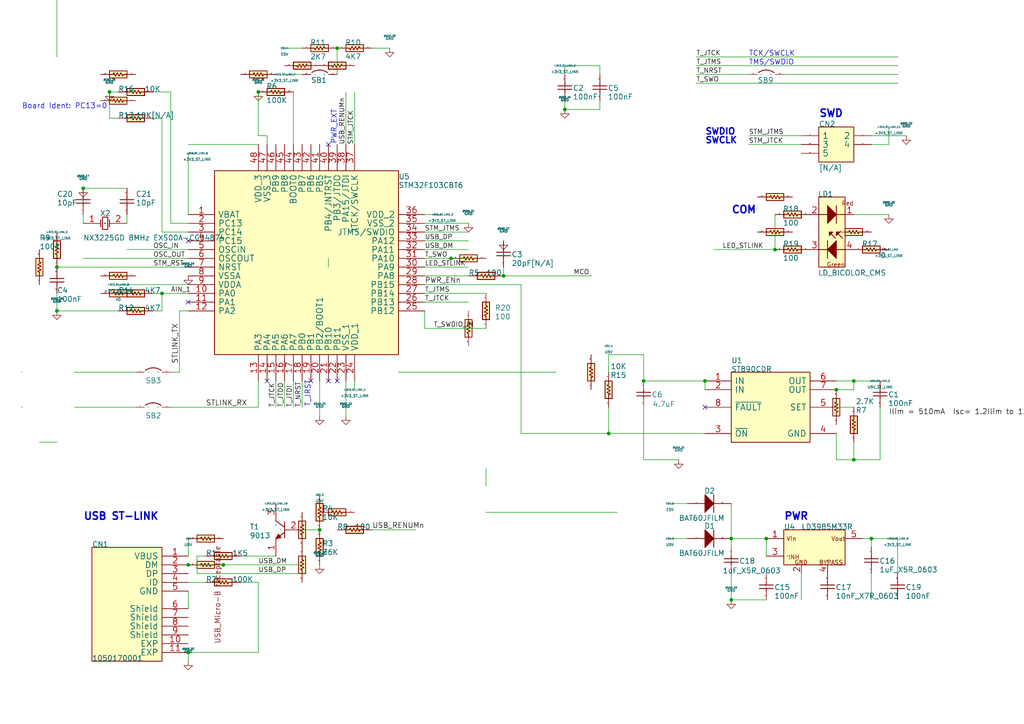
<source format=kicad_sch>
(kicad_sch (version 20230121) (generator eeschema)
  (paper "A4")
  (title_block (title "STLINK V2/1") (date "22 01 2024") (company "ST Microelectronics") (comment 1 "July-2002: Re-released for DXP Platform."))
  (lib_symbols
    (symbol "ST_LINK_V2-1-SCHDOC-rescue:1050170001-" (pin_names (offset 1.016))
      (property "Reference" "CN" (at -20.32 0 0))
      (property "Value" "1050170001" (at -20.32 -33.02 0))
      (symbol "1050170001-_0_1"
        (rectangle (start 20.32 -33.02) (end 0 0) (stroke (width 0.254)) (fill (type background)))
        (pin passive line (at -7.62 -2.54 0) (length 7.62) (name "VBUS") (number "1"))
        (pin passive line (at -7.62 -27.94 0) (length 7.62) (name "EXP") (number "10"))
        (pin passive line (at -7.62 -30.48 0) (length 7.62) (name "EXP") (number "11"))
        (pin passive line (at -7.62 -5.08 0) (length 7.62) (name "DM") (number "2"))
        (pin passive line (at -7.62 -7.62 0) (length 7.62) (name "DP") (number "3"))
        (pin passive line (at -7.62 -10.16 0) (length 7.62) (name "ID") (number "4"))
        (pin passive line (at -7.62 -12.7 0) (length 7.62) (name "GND") (number "5"))
        (pin passive line (at -7.62 -17.78 0) (length 7.62) (name "Shield") (number "6"))
        (pin passive line (at -7.62 -20.32 0) (length 7.62) (name "Shield") (number "7"))
        (pin passive line (at -7.62 -22.86 0) (length 7.62) (name "Shield") (number "8"))
        (pin passive line (at -7.62 -25.4 0) (length 7.62) (name "Shield") (number "9"))
      )
      (symbol "1050170001-_1_1"
        (text "USB_Micro-B receptacle" (at -15.24 -27.94 900) (effects (font (size 1.524 1.524)) (justify left bottom)))
      )
    )
    (symbol "ST_LINK_V2-1-SCHDOC-rescue:BAT60JFILM-" (pin_names (offset 1.016))
      (property "Reference" "D" (at -0.254 0.254 0))
      (property "Value" "BAT60JFILM" (at -7.62 -7.62 0))
      (symbol "BAT60JFILM-_0_1"
        (polyline (pts (xy 2.54 0) (xy 2.54 -5.08)) (stroke (width 0.254)))
        (polyline (pts (xy 0 -5.08) (xy 2.54 -2.54) (xy 0 0) (xy 0 -5.08)) (stroke (width 0.254)) (fill (type outline)))
        (pin passive line (at -5.08 -2.54 0) (length 5.08) (name "A") (number "1"))
        (pin passive line (at 7.62 -2.54 180) (length 5.08) (name "K") (number "2"))
      )
    )
    (symbol "ST_LINK_V2-1-SCHDOC-rescue:CAP_SMD_0603__X5R_1µF_25V_10%-" (pin_names (offset 1.016))
      (property "Reference" "C" (at 2.286 2.794 0))
      (property "Value" "CAP_SMD_0603__X5R_1µF_25V_10%" (at 2.54 0 90))
      (symbol "CAP_SMD_0603__X5R_1µF_25V_10%-_0_1"
        (polyline (pts (xy 2.54 0) (xy 3.302 0)) (stroke (width 0.254)))
        (polyline (pts (xy 3.302 -2.032) (xy 3.302 2.032)) (stroke (width 0.254)))
        (polyline (pts (xy 4.318 2.032) (xy 4.318 -2.032)) (stroke (width 0.254)))
        (polyline (pts (xy 5.08 0) (xy 4.318 0)) (stroke (width 0.254)))
        (pin passive line (at 0 0 0) (length 2.54) (name "1") (number "1"))
        (pin passive line (at 7.62 0 180) (length 2.54) (name "2") (number "2"))
      )
    )
    (symbol "ST_LINK_V2-1-SCHDOC-rescue:CAP_SMD_0603__X7R_10000PF_50V_10%-" (pin_names (offset 1.016))
      (property "Reference" "C" (at 2.286 2.794 0))
      (property "Value" "CAP_SMD_0603__X7R_10000PF_50V_10%" (at 2.286 0.254 90))
      (symbol "CAP_SMD_0603__X7R_10000PF_50V_10%-_0_1"
        (polyline (pts (xy 2.54 0) (xy 3.302 0)) (stroke (width 0.254)))
        (polyline (pts (xy 3.302 -2.032) (xy 3.302 2.032)) (stroke (width 0.254)))
        (polyline (pts (xy 4.318 2.032) (xy 4.318 -2.032)) (stroke (width 0.254)))
        (polyline (pts (xy 5.08 0) (xy 4.318 0)) (stroke (width 0.254)))
        (pin passive line (at 0 0 0) (length 2.54) (name "1") (number "1"))
        (pin passive line (at 7.62 0 180) (length 2.54) (name "2") (number "2"))
      )
    )
    (symbol "ST_LINK_V2-1-SCHDOC-rescue:Capacitor_ST-" (pin_names (offset 1.016))
      (property "Reference" "C" (at 4.826 0.254 0))
      (property "Value" "Capacitor_ST" (at 4.826 -2.286 90))
      (symbol "Capacitor_ST-_0_1"
        (polyline (pts (xy 0 -2.54) (xy 0.762 -2.54)) (stroke (width 0.254)))
        (polyline (pts (xy 0.762 -4.572) (xy 0.762 -0.508)) (stroke (width 0.254)))
        (polyline (pts (xy 1.778 -0.508) (xy 1.778 -4.572)) (stroke (width 0.254)))
        (polyline (pts (xy 2.54 -2.54) (xy 1.778 -2.54)) (stroke (width 0.254)))
        (pin passive line (at -2.54 -2.54 0) (length 2.54) (name "1") (number "1"))
        (pin passive line (at 5.08 -2.54 180) (length 2.54) (name "2") (number "2"))
      )
    )
    (symbol "ST_LINK_V2-1-SCHDOC-rescue:Circuit_Breaker-" (pin_names (offset 1.016))
      (property "Reference" "SB" (at 0 -5.08 0))
      (property "Value" "Circuit_Breaker" (at 0 0 0))
      (symbol "Circuit_Breaker-_0_1"
        (pin passive line (at -2.54 -2.54 0) (length 2.54) (name "1") (number "1"))
        (pin passive line (at 7.62 -2.54 180) (length 2.54) (name "2") (number "2"))
      )
      (symbol "Circuit_Breaker-_1_1"
        (arc (start 2.5146 -1.27) (mid 1.3303 -1.4671) (end 0.254 -2.0066) (stroke (width 0.254)))
        (arc (start 4.826 -2.032) (mid 3.7328 -1.4615) (end 2.5146 -1.27) (stroke (width 0.254)))
      )
    )
    (symbol "ST_LINK_V2-1-SCHDOC-rescue:Header_3X2-" (pin_names (offset 1.016))
      (property "Reference" "CN" (at 0 0 0))
      (property "Value" "Header_3X2" (at 0 -12.7 0))
      (symbol "Header_3X2-_0_1"
        (rectangle (start 0 -10.16) (end 10.16 0) (stroke (width 0.254)) (fill (type background)))
        (pin passive line (at -5.08 -2.54 0) (length 5.08) (name "1") (number "1"))
        (pin passive line (at 15.24 -2.54 180) (length 5.08) (name "2") (number "2"))
        (pin passive line (at -5.08 -5.08 0) (length 5.08) (name "3") (number "3"))
        (pin passive line (at 15.24 -5.08 180) (length 5.08) (name "4") (number "4"))
        (pin passive line (at -5.08 -7.62 0) (length 5.08) (name "5") (number "5"))
      )
    )
    (symbol "ST_LINK_V2-1-SCHDOC-rescue:LD3985M33R-" (pin_names (offset 1.016))
      (property "Reference" "U" (at -7.62 2.54 0))
      (property "Value" "LD3985M33R" (at -2.54 2.54 0))
      (symbol "LD3985M33R-_0_1"
        (rectangle (start -7.62 -7.62) (end 10.16 2.54) (stroke (width 0.254)) (fill (type background)))
        (pin passive line (at -12.7 0 0) (length 5.08) (name "Vin") (number "1"))
        (pin passive line (at -2.54 -10.16 90) (length 2.54) (name "GND") (number "2"))
        (pin passive line (at -12.7 -5.08 0) (length 5.08) (name "CE") (number "3"))
        (pin passive line (at 5.08 -10.16 90) (length 2.54) (name "BYPASS") (number "4"))
        (pin passive line (at 15.24 0 180) (length 5.08) (name "Vout") (number "5"))
      )
      (symbol "LD3985M33R-_1_1"
        (text "BYPASS" (at 2.54 -7.62 0) (effects (font (size 1.2192 1.2192)) (justify left bottom)))
        (text "GND" (at -4.572 -7.62 0) (effects (font (size 1.2192 1.2192)) (justify left bottom)))
        (text "INH" (at -6.35 -6.096 0) (effects (font (size 1.2192 1.2192)) (justify left bottom)))
        (text "Vin" (at -6.858 -0.762 0) (effects (font (size 1.2192 1.2192)) (justify left bottom)))
        (text "Vout" (at 6.096 -0.762 0) (effects (font (size 1.2192 1.2192)) (justify left bottom)))
      )
    )
    (symbol "ST_LINK_V2-1-SCHDOC-rescue:LD_BICOLOR_CMS-" (pin_names (offset 1.016))
      (property "Reference" "LD" (at -7.874 7.62 0))
      (property "Value" "LD_BICOLOR_CMS" (at -7.874 -15.24 0))
      (symbol "LD_BICOLOR_CMS-_0_1"
        (polyline (pts (xy 0 -7.62) (xy 2.54 -7.62)) (stroke (width 0.254)))
        (polyline (pts (xy 0 2.54) (xy 2.54 2.54)) (stroke (width 0.254)))
        (polyline (pts (xy 2.032 -3.048) (xy 0.762 -4.318)) (stroke (width 0.254)))
        (polyline (pts (xy 2.54 5.08) (xy 2.54 0)) (stroke (width 0.254)))
        (polyline (pts (xy 4.064 -3.048) (xy 2.794 -4.318)) (stroke (width 0.254)))
        (polyline (pts (xy 5.08 -7.62) (xy 7.62 -7.62)) (stroke (width 0.254)))
        (polyline (pts (xy 5.08 -5.08) (xy 5.08 -10.16)) (stroke (width 0.254)))
        (polyline (pts (xy 5.08 2.54) (xy 7.62 2.54)) (stroke (width 0.254)))
        (polyline (pts (xy 1.524 -2.54) (xy 2.54 -2.54) (xy 2.54 -3.556) (xy 1.524 -2.54) (xy 1.524 -2.54)) (stroke (width 0.254)) (fill (type outline)))
        (polyline (pts (xy 2.54 -5.08) (xy 2.54 -10.16) (xy 5.08 -7.62) (xy 2.54 -5.08) (xy 2.54 -5.08)) (stroke (width 0.254)) (fill (type outline)))
        (polyline (pts (xy 4.572 -2.54) (xy 3.556 -2.54) (xy 4.572 -3.556) (xy 4.572 -2.54) (xy 4.572 -2.54)) (stroke (width 0.254)) (fill (type outline)))
        (polyline (pts (xy 5.08 5.08) (xy 5.08 0) (xy 2.54 2.54) (xy 5.08 5.08) (xy 5.08 5.08)) (stroke (width 0.254)) (fill (type outline)))
        (rectangle (start 7.62 -12.7) (end 0 7.62) (stroke (width 0.254)) (fill (type background)))
        (pin passive line (at -2.54 2.54 0) (length 2.54) (name "1") (number "1"))
        (pin passive line (at 10.16 2.54 180) (length 2.54) (name "2") (number "2"))
        (pin passive line (at 10.16 -7.62 180) (length 2.54) (name "3") (number "3"))
        (pin passive line (at -2.54 -7.62 0) (length 2.54) (name "4") (number "4"))
      )
      (symbol "LD_BICOLOR_CMS-_1_1"
        (text "_Green" (at 0 -12.7 0) (effects (font (size 1.2192 1.2192)) (justify left bottom)))
        (text "Red" (at -2.54 5.08 0) (effects (font (size 1.2192 1.2192)) (justify left bottom)))
      )
    )
    (symbol "ST_LINK_V2-1-SCHDOC-rescue:NPN-" (pin_names (offset 1.016))
      (property "Reference" "T" (at -10.16 -2.54 0))
      (property "Value" "NPN" (at -10.16 -5.08 0))
      (symbol "NPN-_0_1"
        (polyline (pts (xy 0 -3.302) (xy 2.54 -5.08)) (stroke (width 0.254)))
        (polyline (pts (xy 0 -0.254) (xy 0 -4.826)) (stroke (width 0.254)))
        (polyline (pts (xy 2.54 0) (xy 0 -1.778)) (stroke (width 0.254)))
        (polyline (pts (xy 2.54 -5.08) (xy 1.778 -3.81) (xy 1.016 -4.826) (xy 2.54 -5.08)) (stroke (width 0.254)) (fill (type outline)))
        (pin passive line (at 2.54 -10.16 90) (length 5.08) (name "E") (number "1"))
        (pin passive line (at -5.08 -2.54 0) (length 5.08) (name "B") (number "2"))
        (pin passive line (at 2.54 5.08 270) (length 5.08) (name "C") (number "3"))
      )
    )
    (symbol "ST_LINK_V2-1-SCHDOC-rescue:Res1-" (pin_names (offset 1.016))
      (property "Reference" "R" (at 3.048 -2.54 0))
      (property "Value" "Res1" (at 3.048 -5.08 90))
      (symbol "Res1-_0_1"
        (rectangle (start 0 -1.524) (end 5.08 -3.556) (stroke (width 0.254)) (fill (type background)))
        (polyline (pts (xy -5.08 2.54) (xy -4.064 2.54) (xy -3.81 3.048) (xy -3.302 2.032) (xy -2.794 3.048) (xy -2.286 2.032) (xy -1.778 3.048) (xy -1.27 2.032) (xy -1.016 2.54) (xy 0 2.54)) (stroke (width 0.254)))
        (polyline (pts (xy 5.08 -2.54) (xy 4.064 -2.54) (xy 3.81 -3.048) (xy 3.302 -2.032) (xy 2.794 -3.048) (xy 2.286 -2.032) (xy 1.778 -3.048) (xy 1.27 -2.032) (xy 1.016 -2.54) (xy 0 -2.54)) (stroke (width 0.254)))
        (rectangle (start 0 1.524) (end -5.08 3.556) (stroke (width 0.254)) (fill (type background)))
        (rectangle (start 5.08 -1.524) (end 0 -3.556) (stroke (width 0.254)) (fill (type background)))
        (pin passive line (at -2.54 -2.54 0) (length 2.54) (name "1") (number "1"))
        (pin passive line (at 2.54 2.54 180) (length 2.54) (name "1") (number "1"))
        (pin passive line (at -7.62 2.54 0) (length 2.54) (name "2") (number "2"))
        (pin passive line (at 7.62 -2.54 180) (length 2.54) (name "2") (number "2"))
      )
    )
    (symbol "ST_LINK_V2-1-SCHDOC-rescue:ST890CDR-" (pin_names (offset 1.016))
      (property "Reference" "U" (at 0 2.54 0))
      (property "Value" "ST890CDR" (at 0 0 0))
      (symbol "ST890CDR-_0_1"
        (rectangle (start 0 -20.32) (end 22.86 0) (stroke (width 0.254)) (fill (type background)))
        (pin passive line (at -7.62 -2.54 0) (length 7.62) (name "IN") (number "1"))
        (pin passive line (at -7.62 -5.08 0) (length 7.62) (name "IN") (number "2"))
        (pin passive line (at -7.62 -17.78 0) (length 7.62) (name "~{ON}") (number "3"))
        (pin passive line (at 30.48 -17.78 180) (length 7.62) (name "GND") (number "4"))
        (pin passive line (at 30.48 -10.16 180) (length 7.62) (name "SET") (number "5"))
        (pin passive line (at 30.48 -2.54 180) (length 7.62) (name "OUT") (number "6"))
        (pin passive line (at 30.48 -5.08 180) (length 7.62) (name "OUT") (number "7"))
        (pin passive line (at -7.62 -10.16 0) (length 7.62) (name "~{FAULT}") (number "8"))
      )
    )
    (symbol "ST_LINK_V2-1-SCHDOC-rescue:STM32F103CBT6-" (pin_names (offset 1.016))
      (property "Reference" "U" (at 53.34 -2.54 0))
      (property "Value" "STM32F103CBT6" (at 53.34 -5.08 0))
      (symbol "STM32F103CBT6-_0_1"
        (rectangle (start 0 -53.34) (end 53.34 0) (stroke (width 0.254)) (fill (type background)))
        (pin power_in line (at -7.62 -12.7 0) (length 7.62) (name "VBAT") (number "1"))
        (pin bidirectional line (at -7.62 -35.56 0) (length 7.62) (name "PA0") (number "10"))
        (pin bidirectional line (at -7.62 -38.1 0) (length 7.62) (name "PA1") (number "11"))
        (pin bidirectional line (at -7.62 -40.64 0) (length 7.62) (name "PA2") (number "12"))
        (pin bidirectional line (at 12.7 -60.96 90) (length 7.62) (name "PA3") (number "13"))
        (pin bidirectional line (at 15.24 -60.96 90) (length 7.62) (name "PA4") (number "14"))
        (pin bidirectional line (at 17.78 -60.96 90) (length 7.62) (name "PA5") (number "15"))
        (pin bidirectional line (at 20.32 -60.96 90) (length 7.62) (name "PA6") (number "16"))
        (pin bidirectional line (at 22.86 -60.96 90) (length 7.62) (name "PA7") (number "17"))
        (pin bidirectional line (at 25.4 -60.96 90) (length 7.62) (name "PB0") (number "18"))
        (pin input line (at 27.94 -60.96 90) (length 7.62) (name "PB1") (number "19"))
        (pin bidirectional line (at -7.62 -15.24 0) (length 7.62) (name "PC13") (number "2"))
        (pin bidirectional line (at 30.48 -60.96 90) (length 7.62) (name "PB2/BOOT1") (number "20"))
        (pin bidirectional line (at 33.02 -60.96 90) (length 7.62) (name "PB10") (number "21"))
        (pin bidirectional line (at 35.56 -60.96 90) (length 7.62) (name "PB11") (number "22"))
        (pin power_in line (at 38.1 -60.96 90) (length 7.62) (name "VSS_1") (number "23"))
        (pin power_in line (at 40.64 -60.96 90) (length 7.62) (name "VDD_1") (number "24"))
        (pin bidirectional line (at 60.96 -40.64 180) (length 7.62) (name "PB12") (number "25"))
        (pin bidirectional line (at 60.96 -38.1 180) (length 7.62) (name "PB13") (number "26"))
        (pin bidirectional line (at 60.96 -35.56 180) (length 7.62) (name "PB14") (number "27"))
        (pin bidirectional line (at 60.96 -33.02 180) (length 7.62) (name "PB15") (number "28"))
        (pin bidirectional line (at 60.96 -30.48 180) (length 7.62) (name "PA8") (number "29"))
        (pin bidirectional line (at -7.62 -17.78 0) (length 7.62) (name "PC14") (number "3"))
        (pin bidirectional line (at 60.96 -27.94 180) (length 7.62) (name "PA9") (number "30"))
        (pin bidirectional line (at 60.96 -25.4 180) (length 7.62) (name "PA10") (number "31"))
        (pin bidirectional line (at 60.96 -22.86 180) (length 7.62) (name "PA11") (number "32"))
        (pin bidirectional line (at 60.96 -20.32 180) (length 7.62) (name "PA12") (number "33"))
        (pin bidirectional line (at 60.96 -17.78 180) (length 7.62) (name "JTMS/SWDIO") (number "34"))
        (pin power_in line (at 60.96 -15.24 180) (length 7.62) (name "VSS_2") (number "35"))
        (pin power_in line (at 60.96 -12.7 180) (length 7.62) (name "VDD_2") (number "36"))
        (pin bidirectional line (at 40.64 7.62 270) (length 7.62) (name "JTCK/SWCLK") (number "37"))
        (pin bidirectional line (at 38.1 7.62 270) (length 7.62) (name "PA15/JTDI") (number "38"))
        (pin bidirectional line (at 35.56 7.62 270) (length 7.62) (name "PB3/JTDO") (number "39"))
        (pin bidirectional line (at -7.62 -20.32 0) (length 7.62) (name "PC15") (number "4"))
        (pin bidirectional line (at 33.02 7.62 270) (length 7.62) (name "PB4/JNTRST") (number "40"))
        (pin bidirectional line (at 30.48 7.62 270) (length 7.62) (name "PB5") (number "41"))
        (pin bidirectional line (at 27.94 7.62 270) (length 7.62) (name "PB6") (number "42"))
        (pin bidirectional line (at 25.4 7.62 270) (length 7.62) (name "PB7") (number "43"))
        (pin bidirectional line (at 22.86 7.62 270) (length 7.62) (name "BOOT0") (number "44"))
        (pin bidirectional line (at 20.32 7.62 270) (length 7.62) (name "PB8") (number "45"))
        (pin bidirectional line (at 17.78 7.62 270) (length 7.62) (name "PB9") (number "46"))
        (pin power_in line (at 15.24 7.62 270) (length 7.62) (name "VSS_3") (number "47"))
        (pin power_in line (at 12.7 7.62 270) (length 7.62) (name "VDD_3") (number "48"))
        (pin input line (at -7.62 -22.86 0) (length 7.62) (name "OSCIN") (number "5"))
        (pin output line (at -7.62 -25.4 0) (length 7.62) (name "OSCOUT") (number "6"))
        (pin input line (at -7.62 -27.94 0) (length 7.62) (name "NRST") (number "7"))
        (pin power_in line (at -7.62 -30.48 0) (length 7.62) (name "VSSA") (number "8"))
        (pin power_in line (at -7.62 -33.02 0) (length 7.62) (name "VDDA") (number "9"))
      )
    )
    (symbol "ST_LINK_V2-1-SCHDOC-rescue:XTAL-" (pin_names (offset 1.016))
      (property "Reference" "X" (at -0.254 -0.508 0))
      (property "Value" "XTAL" (at -5.08 -7.62 0))
      (symbol "XTAL-_0_1"
        (polyline (pts (xy 0 -1.524) (xy 0 -3.556)) (stroke (width 0.254)))
        (polyline (pts (xy 0.508 -0.762) (xy 2.032 -0.762)) (stroke (width 0.254)))
        (polyline (pts (xy 2.54 -1.524) (xy 2.54 -3.556)) (stroke (width 0.254)))
        (polyline (pts (xy 2.032 -0.762) (xy 2.032 -4.318) (xy 0.508 -4.318) (xy 0.508 -0.762)) (stroke (width 0.254)))
        (pin passive line (at -5.08 -2.54 0) (length 5.08) (name "OSC1") (number "1"))
        (pin passive line (at 7.62 -2.54 180) (length 5.08) (name "OSC2") (number "2"))
      )
    )
    (symbol "power:GND" (power) (pin_names (offset 0))
      (property "Value" "GND" (at 0 -3.81 0))
      (symbol "GND_0_1"
        (polyline (pts (xy 0 0) (xy 0 -1.27) (xy 1.27 -1.27) (xy 0 -2.54) (xy -1.27 -1.27) (xy 0 -1.27)))
      )
      (symbol "GND_1_1"
        (pin power_in line (at 0 0 270) (length 0) hide (name "GND") (number "1"))
      )
    )
  )
  (junction (at 54.61 189.23))
  (junction (at 204.47 110.49))
  (junction (at 247.65 110.49))
  (junction (at 163.83 31.75))
  (junction (at 176.53 125.73))
  (junction (at 54.61 163.83))
  (junction (at 212.09 173.99))
  (junction (at 16.51 90.17))
  (junction (at 212.09 156.21))
  (junction (at 186.69 110.49))
  (junction (at 16.51 77.47))
  (junction (at 92.71 153.67))
  (junction (at 222.25 156.21))
  (junction (at 46.99 85.09))
  (junction (at 64.77 163.83))
  (junction (at 252.73 156.21))
  (junction (at 146.05 80.01))
  (junction (at 224.79 72.39))
  (junction (at 97.79 13.97))
  (junction (at 130.81 74.93))
  (junction (at 247.65 133.35))
  (junction (at 242.57 113.03))
  (junction (at 24.13 54.61))
  (junction (at 31.75 26.67))
  (junction (at 74.93 26.67))
  (no_connect (at 54.61 69.85))
  (no_connect (at 95.25 41.91))
  (no_connect (at 97.79 110.49))
  (no_connect (at 95.25 110.49))
  (no_connect (at 77.47 110.49))
  (no_connect (at 54.61 87.63))
  (no_connect (at 204.47 118.11))
  (no_connect (at 90.17 110.49))
  (wire (pts (xy 80.01 118.11) (xy 80.01 110.49)))
  (wire (pts (xy 120.65 153.67) (xy 107.95 153.67)))
  (wire (pts (xy 95.25 77.47) (xy 95.25 74.93)))
  (wire (pts (xy -24.13 140.97) (xy -26.67 140.97)))
  (wire (pts (xy 135.89 67.31) (xy 123.19 67.31)))
  (wire (pts (xy 123.19 64.77) (xy 135.89 64.77)))
  (wire (pts (xy 80.01 161.29) (xy 69.85 161.29)))
  (wire (pts (xy 85.09 118.11) (xy 85.09 110.49)))
  (wire (pts (xy 260.35 16.51) (xy 201.93 16.51)))
  (wire (pts (xy 171.45 80.01) (xy 146.05 80.01)))
  (wire (pts (xy 74.93 110.49) (xy 74.93 118.11)))
  (wire (pts (xy 46.99 67.31) (xy 54.61 67.31)))
  (wire (pts (xy 54.61 156.21) (xy 54.61 161.29)))
  (wire (pts (xy 16.51 90.17) (xy 16.51 85.09)))
  (wire (pts (xy 21.59 107.95) (xy 39.37 107.95)))
  (wire (pts (xy 140.97 85.09) (xy 123.19 85.09)))
  (wire (pts (xy 247.65 110.49) (xy 247.65 113.03)))
  (wire (pts (xy 85.09 26.67) (xy 85.09 41.91)))
  (wire (pts (xy 204.47 125.73) (xy 176.53 125.73)))
  (wire (pts (xy 173.99 21.59) (xy 173.99 19.05)))
  (wire (pts (xy 87.63 163.83) (xy 64.77 163.83)))
  (wire (pts (xy 257.81 41.91) (xy 257.81 36.83)))
  (wire (pts (xy 146.05 80.01) (xy 146.05 77.47)))
  (wire (pts (xy 77.47 39.37) (xy 77.47 41.91)))
  (wire (pts (xy 82.55 118.11) (xy 82.55 110.49)))
  (wire (pts (xy 262.89 39.37) (xy 252.73 39.37)))
  (wire (pts (xy 46.99 85.09) (xy 46.99 90.17)))
  (wire (pts (xy 176.53 107.95) (xy 176.53 102.87)))
  (wire (pts (xy 21.59 118.11) (xy 39.37 118.11)))
  (wire (pts (xy 16.51 -3.81) (xy 16.51 16.51)))
  (wire (pts (xy 247.65 113.03) (xy 242.57 113.03)))
  (wire (pts (xy 46.99 90.17) (xy 44.45 90.17)))
  (wire (pts (xy 87.63 166.37) (xy 57.15 166.37)))
  (wire (pts (xy 173.99 19.05) (xy 163.83 19.05)))
  (wire (pts (xy 115.57 107.95) (xy 161.29 107.95)))
  (wire (pts (xy 201.93 19.05) (xy 260.35 19.05)))
  (wire (pts (xy 176.53 125.73) (xy 176.53 118.11)))
  (wire (pts (xy 252.73 156.21) (xy 260.35 156.21)))
  (wire (pts (xy 212.09 158.75) (xy 212.09 156.21)))
  (wire (pts (xy 217.17 39.37) (xy 232.41 39.37)))
  (wire (pts (xy 52.07 107.95) (xy 49.53 107.95)))
  (wire (pts (xy 24.13 62.23) (xy 24.13 64.77)))
  (wire (pts (xy 100.33 120.65) (xy 100.33 110.49)))
  (wire (pts (xy 123.19 74.93) (xy 130.81 74.93)))
  (wire (pts (xy 36.83 62.23) (xy 36.83 64.77)))
  (wire (pts (xy 74.93 26.67) (xy 74.93 39.37)))
  (wire (pts (xy 113.03 13.97) (xy 107.95 13.97)))
  (wire (pts (xy 186.69 110.49) (xy 186.69 102.87)))
  (wire (pts (xy 224.79 72.39) (xy 224.79 62.23)))
  (wire (pts (xy 52.07 90.17) (xy 52.07 107.95)))
  (wire (pts (xy 54.61 90.17) (xy 52.07 90.17)))
  (wire (pts (xy 46.99 34.29) (xy 46.99 67.31)))
  (wire (pts (xy 54.61 41.91) (xy 74.93 41.91)))
  (wire (pts (xy 59.69 168.91) (xy 54.61 168.91)))
  (wire (pts (xy 130.81 74.93) (xy 135.89 74.93)))
  (wire (pts (xy 102.87 113.03) (xy 102.87 110.49)))
  (wire (pts (xy 135.89 87.63) (xy 123.19 87.63)))
  (wire (pts (xy 242.57 110.49) (xy 247.65 110.49)))
  (wire (pts (xy 222.25 156.21) (xy 222.25 161.29)))
  (wire (pts (xy 217.17 41.91) (xy 232.41 41.91)))
  (wire (pts (xy 260.35 156.21) (xy 260.35 166.37)))
  (wire (pts (xy 212.09 173.99) (xy 222.25 173.99)))
  (wire (pts (xy 34.29 90.17) (xy 16.51 90.17)))
  (wire (pts (xy 163.83 19.05) (xy 163.83 21.59)))
  (wire (pts (xy 135.89 80.01) (xy 123.19 80.01)))
  (wire (pts (xy 54.61 171.45) (xy 54.61 176.53)))
  (wire (pts (xy 242.57 133.35) (xy 247.65 133.35)))
  (wire (pts (xy -26.67 151.13) (xy -26.67 163.83)))
  (wire (pts (xy 151.13 125.73) (xy 151.13 82.55)))
  (wire (pts (xy 212.09 156.21) (xy 222.25 156.21)))
  (wire (pts (xy 87.63 118.11) (xy 87.63 110.49)))
  (wire (pts (xy 44.45 85.09) (xy 46.99 85.09)))
  (wire (pts (xy 54.61 189.23) (xy 74.93 189.23)))
  (wire (pts (xy 24.13 74.93) (xy 54.61 74.93)))
  (wire (pts (xy 34.29 34.29) (xy 31.75 34.29)))
  (wire (pts (xy 207.01 72.39) (xy 224.79 72.39)))
  (wire (pts (xy 247.65 118.11) (xy 242.57 118.11)))
  (wire (pts (xy 232.41 173.99) (xy 232.41 166.37)))
  (wire (pts (xy 260.35 24.13) (xy 201.93 24.13)))
  (wire (pts (xy 176.53 125.73) (xy 151.13 125.73)))
  (wire (pts (xy 74.93 39.37) (xy 77.47 39.37)))
  (wire (pts (xy -26.67 19.05) (xy -26.67 16.51)))
  (wire (pts (xy 54.61 44.45) (xy 57.15 44.45)))
  (wire (pts (xy 44.45 26.67) (xy 49.53 26.67)))
  (wire (pts (xy 54.61 191.77) (xy 54.61 189.23)))
  (wire (pts (xy 250.19 156.21) (xy 252.73 156.21)))
  (wire (pts (xy 16.51 77.47) (xy 54.61 77.47)))
  (wire (pts (xy -57.15 39.37) (xy -57.15 49.53)))
  (wire (pts (xy 186.69 133.35) (xy 196.85 133.35)))
  (wire (pts (xy 102.87 26.67) (xy 102.87 41.91)))
  (wire (pts (xy 194.31 146.05) (xy 199.39 146.05)))
  (wire (pts (xy 44.45 34.29) (xy 46.99 34.29)))
  (wire (pts (xy 59.69 161.29) (xy 57.15 161.29)))
  (wire (pts (xy 92.71 120.65) (xy 92.71 110.49)))
  (wire (pts (xy 140.97 135.89) (xy 140.97 140.97)))
  (wire (pts (xy 173.99 31.75) (xy 163.83 31.75)))
  (wire (pts (xy 252.73 173.99) (xy 252.73 166.37)))
  (wire (pts (xy -44.45 39.37) (xy -44.45 46.99)))
  (wire (pts (xy 140.97 148.59) (xy 179.07 148.59)))
  (wire (pts (xy 74.93 118.11) (xy 49.53 118.11)))
  (wire (pts (xy 247.65 133.35) (xy 247.65 128.27)))
  (wire (pts (xy 135.89 77.47) (xy 123.19 77.47)))
  (wire (pts (xy 194.31 156.21) (xy 199.39 156.21)))
  (wire (pts (xy 140.97 95.25) (xy 123.19 95.25)))
  (wire (pts (xy 186.69 118.11) (xy 186.69 133.35)))
  (wire (pts (xy 212.09 156.21) (xy 212.09 146.05)))
  (wire (pts (xy 74.93 189.23) (xy 74.93 168.91)))
  (wire (pts (xy 260.35 21.59) (xy 227.33 21.59)))
  (wire (pts (xy 36.83 72.39) (xy 54.61 72.39)))
  (wire (pts (xy 57.15 161.29) (xy 57.15 166.37)))
  (wire (pts (xy 128.27 62.23) (xy 123.19 62.23)))
  (wire (pts (xy 173.99 29.21) (xy 173.99 31.75)))
  (wire (pts (xy 252.73 41.91) (xy 257.81 41.91)))
  (wire (pts (xy 49.53 64.77) (xy 54.61 64.77)))
  (wire (pts (xy 87.63 153.67) (xy 92.71 153.67)))
  (wire (pts (xy 31.75 34.29) (xy 31.75 26.67)))
  (wire (pts (xy 135.89 72.39) (xy 123.19 72.39)))
  (wire (pts (xy 49.53 26.67) (xy 49.53 64.77)))
  (wire (pts (xy 24.13 54.61) (xy 36.83 54.61)))
  (wire (pts (xy 247.65 133.35) (xy 255.27 133.35)))
  (wire (pts (xy 186.69 102.87) (xy 176.53 102.87)))
  (wire (pts (xy 87.63 13.97) (xy 82.55 13.97)))
  (wire (pts (xy 11.43 128.27) (xy 16.51 128.27)))
  (wire (pts (xy 54.61 62.23) (xy 54.61 44.45)))
  (wire (pts (xy 252.73 158.75) (xy 252.73 156.21)))
  (wire (pts (xy 135.89 69.85) (xy 123.19 69.85)))
  (wire (pts (xy 186.69 110.49) (xy 204.47 110.49)))
  (wire (pts (xy 64.77 163.83) (xy 54.61 163.83)))
  (wire (pts (xy 212.09 166.37) (xy 212.09 173.99)))
  (wire (pts (xy 247.65 62.23) (xy 257.81 62.23)))
  (wire (pts (xy 255.27 133.35) (xy 255.27 118.11)))
  (wire (pts (xy 97.79 13.97) (xy 97.79 21.59)))
  (wire (pts (xy 123.19 95.25) (xy 123.19 90.17)))
  (wire (pts (xy 54.61 85.09) (xy 46.99 85.09)))
  (wire (pts (xy 82.55 21.59) (xy 87.63 21.59)))
  (wire (pts (xy 100.33 26.67) (xy 100.33 41.91)))
  (wire (pts (xy 255.27 110.49) (xy 247.65 110.49)))
  (wire (pts (xy 151.13 82.55) (xy 123.19 82.55)))
  (wire (pts (xy 242.57 125.73) (xy 242.57 133.35)))
  (wire (pts (xy 31.75 26.67) (xy 34.29 26.67)))
  (wire (pts (xy 74.93 168.91) (xy 69.85 168.91)))
  (wire (pts (xy 201.93 21.59) (xy 217.17 21.59)))
  (wire (pts (xy 163.83 31.75) (xy 163.83 29.21)))
  (wire (pts (xy 204.47 110.49) (xy 204.47 113.03)))
  (wire (pts (xy 34.29 82.55) (xy 54.61 82.55)))
  (text "SWD" (at 237.49 34.29 0) (effects (font (size 2.1336 2.1336) (thickness 0.4267) bold) (justify left bottom)))
  (text "PWR_EXT" (at 97.79 41.91 90) (effects (font (size 1.524 1.524)) (justify left bottom)))
  (text "Board Ident: PC13=0" (at 6.35 31.75 0) (effects (font (size 1.524 1.524)) (justify left bottom)))
  (text "COM" (at 212.09 62.23 0) (effects (font (size 2.1336 2.1336) (thickness 0.4267) bold) (justify left bottom)))
  (text "T_JRST" (at 90.17 118.11 90) (effects (font (size 1.524 1.524)) (justify left bottom)))
  (text "SWDIO" (at 204.47 39.37 0) (effects (font (size 1.8288 1.8288) (thickness 0.3658) bold) (justify left bottom)))
  (text "USB ST-LINK" (at 24.13 151.13 0) (effects (font (size 2.1336 2.1336) (thickness 0.4267) bold) (justify left bottom)))
  (text "TMS/SWDIO" (at 217.17 19.05 0) (effects (font (size 1.524 1.524)) (justify left bottom)))
  (text "PWR" (at 227.33 151.13 0) (effects (font (size 2.1336 2.1336) (thickness 0.4267) bold) (justify left bottom)))
  (text "TCK/SWCLK" (at 217.17 16.51 0) (effects (font (size 1.524 1.524)) (justify left bottom)))
  (text "SWCLK" (at 204.47 41.91 0) (effects (font (size 1.8288 1.8288) (thickness 0.3658) bold) (justify left bottom)))
  (label "STM_JTMS" (at 217.17 39.37 0) (effects (font (size 1.3716 1.3716))))
  (label "T_JTDI" (at 85.09 118.11 90) (effects (font (size 1.3716 1.3716))))
  (label "USB_DM" (at 74.93 163.83 0) (effects (font (size 1.3716 1.3716))))
  (label "USB_DM" (at 123.19 72.39 0) (effects (font (size 1.3716 1.3716))))
  (label "LED_STLINK" (at 123.19 77.47 0) (effects (font (size 1.3716 1.3716))))
  (label "T_SWDIO_IN" (at 125.73 95.25 0) (effects (font (size 1.3716 1.3716))))
  (label "LED_STLINK" (at 209.55 72.39 0) (effects (font (size 1.3716 1.3716))))
  (label "T_SWO" (at 123.19 74.93 0) (effects (font (size 1.3716 1.3716))))
  (label "PWR_ENn" (at 123.19 82.55 0) (effects (font (size 1.524 1.524))))
  (label "USB_RENUMn" (at 107.95 153.67 0) (effects (font (size 1.524 1.524))))
  (label "Ilim = 510mA  Isc= 1.2Ilim to 1.5Ilim = 612mA to 765mA" (at 257.81 120.65 0) (effects (font (size 1.524 1.524))))
  (label "T_JTCK" (at 201.93 16.51 0) (effects (font (size 1.3716 1.3716))))
  (label "USB_RENUMn" (at 100.33 41.91 90) (effects (font (size 1.3716 1.3716))))
  (label "STM_JTMS" (at 123.19 67.31 0) (effects (font (size 1.3716 1.3716))))
  (label "T_JTCK" (at 80.01 118.11 90) (effects (font (size 1.3716 1.3716))))
  (label "USB_DP" (at 74.93 166.37 0) (effects (font (size 1.3716 1.3716))))
  (label "STM_RST" (at 44.45 77.47 0) (effects (font (size 1.3716 1.3716))))
  (label "STLINK_TX" (at 52.07 105.41 90) (effects (font (size 1.524 1.524))))
  (label "T_JTMS" (at 123.19 85.09 0) (effects (font (size 1.3716 1.3716))))
  (label "OSC_IN" (at 44.45 72.39 0) (effects (font (size 1.3716 1.3716))))
  (label "OSC_OUT" (at 44.45 74.93 0) (effects (font (size 1.3716 1.3716))))
  (label "STM_JTCK" (at 217.17 41.91 0) (effects (font (size 1.3716 1.3716))))
  (label "STM_JTCK" (at 102.87 41.91 90) (effects (font (size 1.3716 1.3716))))
  (label "MCO" (at 166.37 80.01 0) (effects (font (size 1.3716 1.3716))))
  (label "T_JTMS" (at 201.93 19.05 0) (effects (font (size 1.3716 1.3716))))
  (label "T_JTCK" (at 123.19 87.63 0) (effects (font (size 1.3716 1.3716))))
  (label "T_NRST" (at 201.93 21.59 0) (effects (font (size 1.3716 1.3716))))
  (label "AIN_1" (at 49.53 85.09 0) (effects (font (size 1.3716 1.3716))))
  (label "T_SWO" (at 201.93 24.13 0) (effects (font (size 1.3716 1.3716))))
  (label "STLINK_RX" (at 59.69 118.11 0) (effects (font (size 1.524 1.524))))
  (label "USB_DP" (at 123.19 69.85 0) (effects (font (size 1.3716 1.3716))))
  (label "T_NRST" (at 87.63 118.11 90) (effects (font (size 1.3716 1.3716))))
  (label "T_JTDO" (at 82.55 118.11 90) (effects (font (size 1.3716 1.3716))))
  (global_label "TCK" (shape bidirectional) (at 260.35 16.51 0) (effects (font (size 0 0))) (property "Intersheetrefs" "${INTERSHEET_REFS}" (effects hide)))
  (global_label "MCO" (shape bidirectional) (at 171.45 80.01 0) (effects (font (size 0 0))) (property "Intersheetrefs" "${INTERSHEET_REFS}" (effects hide)))
  (global_label "TMS" (shape bidirectional) (at 260.35 19.05 0) (effects (font (size 0 0))) (property "Intersheetrefs" "${INTERSHEET_REFS}" (effects hide)))
  (global_label "STLK_RX" (shape input) (at 6.35 118.11 0) (effects (font (size 0 0))) (property "Intersheetrefs" "${INTERSHEET_REFS}" (effects hide)))
  (global_label "SWO" (shape bidirectional) (at 260.35 24.13 0) (effects (font (size 0 0))) (property "Intersheetrefs" "${INTERSHEET_REFS}" (effects hide)))
  (global_label "STLK_TX" (shape output) (at 6.35 107.95 0) (effects (font (size 0 0))) (property "Intersheetrefs" "${INTERSHEET_REFS}" (effects hide)))
  (global_label "NRST" (shape bidirectional) (at 260.35 21.59 0) (effects (font (size 0 0))) (property "Intersheetrefs" "${INTERSHEET_REFS}" (effects hide)))
  (symbol (lib_id "ST_LINK_V2-1-SCHDOC-rescue:Res1-") (at 250.19 69.85 0) (unit 1)
    (property "Reference" "R17" (at 249.936 71.628 0) (effects (font (size 1.524 1.524)) (justify left bottom)))
    (property "Value" "0" (at 255.27 74.93 0) (effects (font (size 1.524 1.524)) (justify left bottom)))
  )
  (symbol (lib_id "ST_LINK_V2-1-SCHDOC-rescue:Res1-") (at 227.33 69.85 0) (unit 1)
    (property "Reference" "R19" (at 227.076 71.628 0) (effects (font (size 1.524 1.524)) (justify left bottom)))
    (property "Value" "100" (at 227.076 75.692 0) (effects (font (size 1.524 1.524)) (justify left bottom)))
  )
  (symbol (lib_id "ST_LINK_V2-1-SCHDOC-rescue:Res1-") (at 227.33 59.69 0) (unit 1)
    (property "Reference" "R18" (at 227.076 61.468 0) (effects (font (size 1.524 1.524)) (justify left bottom)))
    (property "Value" "100" (at 227.076 65.532 0) (effects (font (size 1.524 1.524)) (justify left bottom)))
  )
  (symbol (lib_id "ST_LINK_V2-1-SCHDOC-rescue:Res1-") (at 62.23 166.37 0) (unit 1)
    (property "Reference" "R2" (at 59.69 168.91 0) (effects (font (size 1.524 1.524)) (justify left bottom)))
    (property "Value" "100K" (at 67.31 168.91 0) (effects (font (size 1.524 1.524)) (justify left bottom)))
  )
  (symbol (lib_id "ST_LINK_V2-1-SCHDOC-rescue:Res1-") (at 62.23 158.75 0) (unit 1)
    (property "Reference" "R1" (at 59.69 161.29 0) (effects (font (size 1.524 1.524)) (justify left bottom)))
    (property "Value" "1K5" (at 67.31 161.29 0) (effects (font (size 1.524 1.524)) (justify left bottom)))
  )
  (symbol (lib_id "ST_LINK_V2-1-SCHDOC-rescue:1050170001-") (at 46.99 158.75 0) (mirror y) (unit 1)
    (property "Reference" "CN1" (at 26.67 158.75 0) (effects (font (size 1.524 1.524)) (justify right bottom)))
    (property "Value" "1050170001" (at 26.67 191.77 0) (effects (font (size 1.524 1.524)) (justify right bottom)))
  )
  (symbol (lib_id "ST_LINK_V2-1-SCHDOC-rescue:ST890CDR-") (at 212.09 107.95 0) (unit 1)
    (property "Reference" "U1" (at 212.09 105.41 0) (effects (font (size 1.524 1.524)) (justify left bottom)))
    (property "Value" "ST890CDR" (at 212.09 107.95 0) (effects (font (size 1.524 1.524)) (justify left bottom)))
  )
  (symbol (lib_id "ST_LINK_V2-1-SCHDOC-rescue:Circuit_Breaker-") (at 219.71 19.05 0) (unit 1)
    (property "Reference" "SB9" (at 219.71 24.13 0) (effects (font (size 1.524 1.524)) (justify left bottom)))
  )
  (symbol (lib_id "ST_LINK_V2-1-SCHDOC-rescue:Header_3X2-") (at 237.49 36.83 0) (unit 1)
    (property "Reference" "CN2" (at 237.49 36.83 0) (effects (font (size 1.524 1.524)) (justify left bottom)))
    (property "Value" "[N/A]" (at 237.49 49.53 0) (effects (font (size 1.524 1.524)) (justify left bottom)))
  )
  (symbol (lib_id "ST_LINK_V2-1-SCHDOC-rescue:Circuit_Breaker-") (at 90.17 19.05 0) (unit 1)
    (property "Reference" "SB1" (at 90.17 24.13 0) (effects (font (size 1.524 1.524)) (justify left bottom)))
  )
  (symbol (lib_id "ST_LINK_V2-1-SCHDOC-rescue:Capacitor_ST-") (at 252.73 115.57 90) (unit 1)
    (property "Reference" "C1" (at 257.556 115.316 90) (effects (font (size 1.524 1.524)) (justify right top)))
    (property "Value" "100nF" (at 257.556 117.856 90) (effects (font (size 1.524 1.524)) (justify right top)))
  )
  (symbol (lib_id "ST_LINK_V2-1-SCHDOC-rescue:CAP_SMD_0603__X5R_1µF_25V_10%-") (at 186.69 118.11 90) (unit 1)
    (property "Reference" "C6" (at 188.976 115.316 90) (effects (font (size 1.524 1.524)) (justify right top)))
    (property "Value" "4.7uF" (at 189.23 118.11 90) (effects (font (size 1.524 1.524)) (justify right top)))
  )
  (symbol (lib_id "ST_LINK_V2-1-SCHDOC-rescue:Res1-") (at 245.11 120.65 90) (mirror x) (unit 1)
    (property "Reference" "R7" (at 248.158 118.11 90) (effects (font (size 1.524 1.524)) (justify right top)))
    (property "Value" "2.7K" (at 248.158 115.57 90) (effects (font (size 1.524 1.524)) (justify right top)))
  )
  (symbol (lib_id "ST_LINK_V2-1-SCHDOC-rescue:LD_BICOLOR_CMS-") (at 245.11 64.77 0) (mirror y) (unit 1)
    (property "Reference" "LD1" (at 237.236 57.15 0) (effects (font (size 1.524 1.524)) (justify right bottom)))
    (property "Value" "LD_BICOLOR_CMS" (at 237.236 80.01 0) (effects (font (size 1.524 1.524)) (justify right bottom)))
  )
  (symbol (lib_id "ST_LINK_V2-1-SCHDOC-rescue:Res1-") (at 173.99 110.49 90) (mirror x) (unit 1)
    (property "Reference" "R15" (at 177.038 107.95 90) (effects (font (size 1.524 1.524)) (justify right top)))
    (property "Value" "10K" (at 177.038 105.41 90) (effects (font (size 1.524 1.524)) (justify right top)))
  )
  (symbol (lib_id "ST_LINK_V2-1-SCHDOC-rescue:STM32F103CBT6-") (at 62.23 49.53 0) (unit 1)
    (property "Reference" "U5" (at 115.57 52.07 0) (effects (font (size 1.524 1.524)) (justify left bottom)))
    (property "Value" "STM32F103CBT6" (at 115.57 54.61 0) (effects (font (size 1.524 1.524)) (justify left bottom)))
  )
  (symbol (lib_id "ST_LINK_V2-1-SCHDOC-rescue:Res1-") (at 100.33 151.13 0) (unit 1)
    (property "Reference" "R8" (at 97.79 153.67 0) (effects (font (size 1.524 1.524)) (justify left bottom)))
    (property "Value" "100" (at 102.87 153.67 0) (effects (font (size 1.524 1.524)) (justify left bottom)))
  )
  (symbol (lib_id "ST_LINK_V2-1-SCHDOC-rescue:Res1-") (at 90.17 161.29 90) (unit 1)
    (property "Reference" "R3" (at 93.472 158.496 90) (effects (font (size 1.524 1.524)) (justify right top)))
    (property "Value" "36K" (at 93.472 161.036 90) (effects (font (size 1.524 1.524)) (justify right top)))
  )
  (symbol (lib_id "ST_LINK_V2-1-SCHDOC-rescue:Res1-") (at 90.17 151.13 90) (unit 1)
    (property "Reference" "R4" (at 93.472 148.336 90) (effects (font (size 1.524 1.524)) (justify right top)))
    (property "Value" "10K" (at 93.472 150.876 90) (effects (font (size 1.524 1.524)) (justify right top)))
  )
  (symbol (lib_id "ST_LINK_V2-1-SCHDOC-rescue:NPN-") (at 82.55 151.13 0) (mirror y) (unit 1)
    (property "Reference" "T1" (at 72.39 153.67 0) (effects (font (size 1.524 1.524)) (justify right bottom)))
    (property "Value" "9013" (at 72.39 156.21 0) (effects (font (size 1.524 1.524)) (justify right bottom)))
  )
  (symbol (lib_id "ST_LINK_V2-1-SCHDOC-rescue:Capacitor_ST-") (at 257.81 171.45 90) (unit 1)
    (property "Reference" "C19" (at 262.636 171.196 90) (effects (font (size 1.524 1.524)) (justify right top)))
    (property "Value" "100nF" (at 262.636 173.736 90) (effects (font (size 1.524 1.524)) (justify right top)))
  )
  (symbol (lib_id "ST_LINK_V2-1-SCHDOC-rescue:Capacitor_ST-") (at 219.71 171.45 90) (unit 1)
    (property "Reference" "C15" (at 224.536 171.196 90) (effects (font (size 1.524 1.524)) (justify right top)))
    (property "Value" "100nF" (at 224.536 173.736 90) (effects (font (size 1.524 1.524)) (justify right top)))
  )
  (symbol (lib_id "ST_LINK_V2-1-SCHDOC-rescue:LD3985M33R-") (at 234.95 156.21 0) (unit 1)
    (property "Reference" "U4" (at 227.33 153.67 0) (effects (font (size 1.524 1.524)) (justify left bottom)))
    (property "Value" "LD3985M33R" (at 232.41 153.67 0) (effects (font (size 1.524 1.524)) (justify left bottom)))
  )
  (symbol (lib_id "ST_LINK_V2-1-SCHDOC-rescue:CAP_SMD_0603__X5R_1µF_25V_10%-") (at 252.73 158.75 270) (unit 1)
    (property "Reference" "C16" (at 255.016 163.576 90) (effects (font (size 1.524 1.524)) (justify left bottom)))
    (property "Value" "1uF_X5R_0603" (at 255.016 166.116 90) (effects (font (size 1.524 1.524)) (justify left bottom)))
  )
  (symbol (lib_id "ST_LINK_V2-1-SCHDOC-rescue:Circuit_Breaker-") (at 41.91 115.57 0) (unit 1)
    (property "Reference" "SB2" (at 42.1386 121.412 0) (effects (font (size 1.524 1.524)) (justify left bottom)))
  )
  (symbol (lib_id "ST_LINK_V2-1-SCHDOC-rescue:CAP_SMD_0603__X7R_10000PF_50V_10%-") (at 240.03 173.99 90) (unit 1)
    (property "Reference" "C17" (at 242.316 171.196 90) (effects (font (size 1.524 1.524)) (justify right top)))
    (property "Value" "10nF_X7R_0603" (at 242.316 173.736 90) (effects (font (size 1.524 1.524)) (justify right top)))
  )
  (symbol (lib_id "ST_LINK_V2-1-SCHDOC-rescue:CAP_SMD_0603__X5R_1µF_25V_10%-") (at 212.09 166.37 90) (unit 1)
    (property "Reference" "C18" (at 214.376 163.576 90) (effects (font (size 1.524 1.524)) (justify right top)))
    (property "Value" "1uF_X5R_0603" (at 209.55 166.37 90) (effects (font (size 1.524 1.524)) (justify right top)))
  )
  (symbol (lib_id "ST_LINK_V2-1-SCHDOC-rescue:BAT60JFILM-") (at 204.47 143.51 0) (unit 1)
    (property "Reference" "D2" (at 204.216 143.256 0) (effects (font (size 1.524 1.524)) (justify left bottom)))
    (property "Value" "BAT60JFILM" (at 196.85 151.13 0) (effects (font (size 1.524 1.524)) (justify left bottom)))
  )
  (symbol (lib_id "ST_LINK_V2-1-SCHDOC-rescue:BAT60JFILM-") (at 204.47 153.67 0) (unit 1)
    (property "Reference" "D1" (at 204.216 153.416 0) (effects (font (size 1.524 1.524)) (justify left bottom)))
    (property "Value" "BAT60JFILM" (at 196.85 161.29 0) (effects (font (size 1.524 1.524)) (justify left bottom)))
  )
  (symbol (lib_id "ST_LINK_V2-1-SCHDOC-rescue:Res1-") (at 100.33 16.51 0) (mirror y) (unit 1)
    (property "Reference" "R10" (at 100.076 13.208 0) (effects (font (size 1.524 1.524)) (justify right bottom)))
    (property "Value" "4K7" (at 100.076 17.272 0) (effects (font (size 1.524 1.524)) (justify right bottom)))
  )
  (symbol (lib_id "ST_LINK_V2-1-SCHDOC-rescue:Res1-") (at 90.17 16.51 0) (mirror y) (unit 1)
    (property "Reference" "R11" (at 89.916 13.208 0) (effects (font (size 1.524 1.524)) (justify right bottom)))
    (property "Value" "2K7" (at 89.916 17.272 0) (effects (font (size 1.524 1.524)) (justify right bottom)))
  )
  (symbol (lib_id "ST_LINK_V2-1-SCHDOC-rescue:Capacitor_ST-") (at 13.97 82.55 90) (unit 1)
    (property "Reference" "C4" (at 16.51 85.09 90) (effects (font (size 1.524 1.524)) (justify right top)))
    (property "Value" "100nF" (at 16.51 87.63 90) (effects (font (size 1.524 1.524)) (justify right top)))
  )
  (symbol (lib_id "ST_LINK_V2-1-SCHDOC-rescue:Capacitor_ST-") (at 21.59 59.69 90) (unit 1)
    (property "Reference" "C20" (at 16.51 57.15 90) (effects (font (size 1.524 1.524)) (justify right top)))
    (property "Value" "10pF" (at 16.51 59.69 90) (effects (font (size 1.524 1.524)) (justify right top)))
  )
  (symbol (lib_id "ST_LINK_V2-1-SCHDOC-rescue:Capacitor_ST-") (at 34.29 59.69 90) (unit 1)
    (property "Reference" "C21" (at 39.37 57.15 90) (effects (font (size 1.524 1.524)) (justify right top)))
    (property "Value" "10pF" (at 39.37 59.69 90) (effects (font (size 1.524 1.524)) (justify right top)))
  )
  (symbol (lib_id "ST_LINK_V2-1-SCHDOC-rescue:Capacitor_ST-") (at 143.51 74.93 90) (unit 1)
    (property "Reference" "C3" (at 148.336 74.676 90) (effects (font (size 1.524 1.524)) (justify right top)))
    (property "Value" "20pF[N/A]" (at 148.336 77.216 90) (effects (font (size 1.524 1.524)) (justify right top)))
  )
  (symbol (lib_id "ST_LINK_V2-1-SCHDOC-rescue:Circuit_Breaker-") (at 41.91 105.41 0) (unit 1)
    (property "Reference" "SB3" (at 42.1386 111.252 0) (effects (font (size 1.524 1.524)) (justify left bottom)))
  )
  (symbol (lib_id "ST_LINK_V2-1-SCHDOC-rescue:Capacitor_ST-") (at 171.45 26.67 90) (unit 1)
    (property "Reference" "C5" (at 176.276 26.416 90) (effects (font (size 1.524 1.524)) (justify right top)))
    (property "Value" "100nF" (at 176.276 28.956 90) (effects (font (size 1.524 1.524)) (justify right top)))
  )
  (symbol (lib_id "ST_LINK_V2-1-SCHDOC-rescue:Capacitor_ST-") (at 161.29 26.67 90) (unit 1)
    (property "Reference" "C2" (at 166.116 26.416 90) (effects (font (size 1.524 1.524)) (justify right top)))
    (property "Value" "100nF" (at 166.116 28.956 90) (effects (font (size 1.524 1.524)) (justify right top)))
  )
  (symbol (lib_id "ST_LINK_V2-1-SCHDOC-rescue:Res1-") (at 36.83 87.63 0) (unit 1)
    (property "Reference" "R12" (at 34.29 90.17 0) (effects (font (size 1.524 1.524)) (justify left bottom)))
    (property "Value" "4K7" (at 41.91 90.17 0) (effects (font (size 1.524 1.524)) (justify left bottom)))
  )
  (symbol (lib_id "ST_LINK_V2-1-SCHDOC-rescue:Res1-") (at 36.83 82.55 0) (unit 1)
    (property "Reference" "R14" (at 34.29 85.09 0) (effects (font (size 1.524 1.524)) (justify left bottom)))
    (property "Value" "4K7" (at 41.91 85.09 0) (effects (font (size 1.524 1.524)) (justify left bottom)))
  )
  (symbol (lib_id "ST_LINK_V2-1-SCHDOC-rescue:Res1-") (at 36.83 24.13 0) (unit 1)
    (property "Reference" "R16" (at 34.29 26.67 0) (effects (font (size 1.524 1.524)) (justify left bottom)))
    (property "Value" "10K" (at 41.91 26.67 0) (effects (font (size 1.524 1.524)) (justify left bottom)))
  )
  (symbol (lib_id "ST_LINK_V2-1-SCHDOC-rescue:Res1-") (at 77.47 24.13 0) (unit 1)
    (property "Reference" "R6" (at 77.216 25.908 0) (effects (font (size 1.524 1.524)) (justify left bottom)))
    (property "Value" "100K" (at 77.216 29.972 0) (effects (font (size 1.524 1.524)) (justify left bottom)))
  )
  (symbol (lib_id "ST_LINK_V2-1-SCHDOC-rescue:Res1-") (at 13.97 74.93 90) (unit 1)
    (property "Reference" "R9" (at 11.43 69.85 90) (effects (font (size 1.524 1.524)) (justify right top)))
    (property "Value" "100K" (at 11.43 72.39 90) (effects (font (size 1.524 1.524)) (justify right top)))
  )
  (symbol (lib_id "ST_LINK_V2-1-SCHDOC-rescue:Res1-") (at 36.83 31.75 0) (unit 1)
    (property "Reference" "R13" (at 34.29 34.29 0) (effects (font (size 1.524 1.524)) (justify left bottom)))
    (property "Value" "10K[N/A]" (at 39.37 34.29 0) (effects (font (size 1.524 1.524)) (justify left bottom)))
  )
  (symbol (lib_id "ST_LINK_V2-1-SCHDOC-rescue:Res1-") (at 138.43 92.71 90) (unit 1)
    (property "Reference" "R20" (at 143.51 90.17 90) (effects (font (size 1.524 1.524)) (justify right top)))
    (property "Value" "100" (at 143.51 92.71 90) (effects (font (size 1.524 1.524)) (justify right top)))
  )
  (symbol (lib_id "ST_LINK_V2-1-SCHDOC-rescue:Res1-") (at 138.43 77.47 0) (unit 1)
    (property "Reference" "R5" (at 135.89 80.01 0) (effects (font (size 1.524 1.524)) (justify left bottom)))
    (property "Value" "100" (at 140.97 80.01 0) (effects (font (size 1.524 1.524)) (justify left bottom)))
  )
  (symbol (lib_id "ST_LINK_V2-1-SCHDOC-rescue:XTAL-") (at 29.21 62.23 0) (unit 1)
    (property "Reference" "X2" (at 28.956 62.738 0) (effects (font (size 1.524 1.524)) (justify left bottom)))
    (property "Value" "NX3225GD 8MHz EXS00A-CG04874" (at 24.13 69.85 0) (effects (font (size 1.524 1.524)) (justify left bottom)))
  )
  (symbol (lib_id "power:GND") (at 54.61 191.77 0) (unit 1)
    (property "Reference" "GND_33" (at 54.61 188.214 0) (effects (font (size 0.508 0.508))))
    (property "Value" "GND" (at 54.61 188.976 0) (effects (font (size 0.762 0.762))))
  )
  (symbol (lib_id "power:++3V3_ST_LINK") (at 257.81 36.83 0) (unit 1)
    (property "Reference" "+3V3_ST_LINK_11" (at 257.81 36.83 0) (effects (font (size 0.508 0.508))))
    (property "Value" "+3V3_ST_LINK" (at 257.81 38.608 0) (effects (font (size 0.762 0.762))))
  )
  (symbol (lib_id "power:GND") (at 262.89 39.37 0) (unit 1)
    (property "Reference" "GND_32" (at 262.89 35.814 0) (effects (font (size 0.508 0.508))))
    (property "Value" "GND" (at 262.89 36.576 0) (effects (font (size 0.762 0.762))))
  )
  (symbol (lib_id "power:GND") (at 196.85 133.35 0) (unit 1)
    (property "Reference" "GND_31" (at 196.85 129.794 0) (effects (font (size 0.508 0.508))))
    (property "Value" "GND" (at 196.85 130.556 0) (effects (font (size 0.762 0.762))))
  )
  (symbol (lib_id "power:+U5V_ST_LINK") (at 255.27 110.49 0) (unit 1)
    (property "Reference" "U5V_ST_LINK_2" (at 255.27 110.49 0) (effects (font (size 0.508 0.508))))
    (property "Value" "U5V_ST_LINK" (at 255.27 112.268 0) (effects (font (size 0.762 0.762))))
  )
  (symbol (lib_id "power:+U5V") (at 176.53 100.33 0) (unit 1)
    (property "Reference" "U5V_4" (at 176.53 100.33 0) (effects (font (size 0.508 0.508))))
    (property "Value" "U5V" (at 176.53 102.108 0) (effects (font (size 0.762 0.762))))
  )
  (symbol (lib_id "power:+E5V") (at 82.55 13.97 0) (unit 1)
    (property "Reference" "E5V_4" (at 82.55 13.97 0) (effects (font (size 0.508 0.508))))
    (property "Value" "E5V" (at 82.55 15.748 0) (effects (font (size 0.762 0.762))))
  )
  (symbol (lib_id "power:+E5V") (at 194.31 146.05 0) (unit 1)
    (property "Reference" "E5V_3" (at 194.31 146.05 0) (effects (font (size 0.508 0.508))))
    (property "Value" "E5V" (at 194.31 147.828 0) (effects (font (size 0.762 0.762))))
  )
  (symbol (lib_id "power:++3V3_ST_LINK") (at 80.01 146.05 0) (unit 1)
    (property "Reference" "+3V3_ST_LINK_10" (at 80.01 146.05 0) (effects (font (size 0.508 0.508))))
    (property "Value" "+3V3_ST_LINK" (at 80.01 147.828 0) (effects (font (size 0.762 0.762))))
  )
  (symbol (lib_id "power:GND") (at 92.71 163.83 0) (unit 1)
    (property "Reference" "GND_30" (at 92.71 160.274 0) (effects (font (size 0.508 0.508))))
    (property "Value" "GND" (at 92.71 161.036 0) (effects (font (size 0.762 0.762))))
  )
  (symbol (lib_id "power:+U5V") (at 92.71 143.51 0) (unit 1)
    (property "Reference" "U5V_3" (at 92.71 143.51 0) (effects (font (size 0.508 0.508))))
    (property "Value" "U5V" (at 92.71 145.288 0) (effects (font (size 0.762 0.762))))
  )
  (symbol (lib_id "power:++3V3_ST_LINK") (at 260.35 156.21 0) (unit 1)
    (property "Reference" "+3V3_ST_LINK_9" (at 260.35 156.21 0) (effects (font (size 0.508 0.508))))
    (property "Value" "+3V3_ST_LINK" (at 260.35 157.988 0) (effects (font (size 0.762 0.762))))
  )
  (symbol (lib_id "power:GND") (at 212.09 173.99 0) (unit 1)
    (property "Reference" "GND_29" (at 212.09 170.434 0) (effects (font (size 0.508 0.508))))
    (property "Value" "GND" (at 212.09 171.196 0) (effects (font (size 0.762 0.762))))
  )
  (symbol (lib_id "power:VO") (at 34.29 85.09 0) (unit 1)
    (property "Reference" "VO_2" (at 34.29 85.09 0) (effects (font (size 0.508 0.508))))
    (property "Value" "VO" (at 34.29 86.868 0) (effects (font (size 0.762 0.762))))
  )
  (symbol (lib_id "power:++3V3_ST_LINK") (at 34.29 82.55 0) (unit 1)
    (property "Reference" "+3V3_ST_LINK_8" (at 34.29 82.55 0) (effects (font (size 0.508 0.508))))
    (property "Value" "+3V3_ST_LINK" (at 34.29 84.328 0) (effects (font (size 0.762 0.762))))
  )
  (symbol (lib_id "power:++3V3_ST_LINK") (at 82.55 21.59 0) (unit 1)
    (property "Reference" "+3V3_ST_LINK_7" (at 82.55 21.59 0) (effects (font (size 0.508 0.508))))
    (property "Value" "+3V3_ST_LINK" (at 82.55 23.368 0) (effects (font (size 0.762 0.762))))
  )
  (symbol (lib_id "power:++3V3_ST_LINK") (at 57.15 44.45 0) (unit 1)
    (property "Reference" "+3V3_ST_LINK_6" (at 57.15 44.45 0) (effects (font (size 0.508 0.508))))
    (property "Value" "+3V3_ST_LINK" (at 57.15 46.228 0) (effects (font (size 0.762 0.762))))
  )
  (symbol (lib_id "power:++3V3_ST_LINK") (at 16.51 67.31 0) (unit 1)
    (property "Reference" "+3V3_ST_LINK_5" (at 16.51 67.31 0) (effects (font (size 0.508 0.508))))
    (property "Value" "+3V3_ST_LINK" (at 16.51 69.088 0) (effects (font (size 0.762 0.762))))
  )
  (symbol (lib_id "power:++3V3_ST_LINK") (at 102.87 113.03 0) (unit 1)
    (property "Reference" "+3V3_ST_LINK_4" (at 102.87 113.03 0) (effects (font (size 0.508 0.508))))
    (property "Value" "+3V3_ST_LINK" (at 102.87 114.808 0) (effects (font (size 0.762 0.762))))
  )
  (symbol (lib_id "power:++3V3_ST_LINK") (at 128.27 62.23 0) (unit 1)
    (property "Reference" "+3V3_ST_LINK_3" (at 128.27 62.23 0) (effects (font (size 0.508 0.508))))
    (property "Value" "+3V3_ST_LINK" (at 128.27 64.008 0) (effects (font (size 0.762 0.762))))
  )
  (symbol (lib_id "power:++3V3_ST_LINK") (at 163.83 19.05 0) (unit 1)
    (property "Reference" "+3V3_ST_LINK_2" (at 163.83 19.05 0) (effects (font (size 0.508 0.508))))
    (property "Value" "+3V3_ST_LINK" (at 163.83 20.828 0) (effects (font (size 0.762 0.762))))
  )
  (symbol (lib_id "power:++3V3_ST_LINK") (at 257.81 72.39 0) (unit 1)
    (property "Reference" "+3V3_ST_LINK" (at 257.81 72.39 0) (effects (font (size 0.508 0.508))))
    (property "Value" "+3V3_ST_LINK" (at 257.81 74.168 0) (effects (font (size 0.762 0.762))))
  )
  (symbol (lib_id "power:GND") (at 113.03 13.97 0) (unit 1)
    (property "Reference" "GND_28" (at 113.03 10.414 0) (effects (font (size 0.508 0.508))))
    (property "Value" "GND" (at 113.03 11.176 0) (effects (font (size 0.762 0.762))))
  )
  (symbol (lib_id "power:+U5V") (at 194.31 156.21 0) (unit 1)
    (property "Reference" "U5V_2" (at 194.31 156.21 0) (effects (font (size 0.508 0.508))))
    (property "Value" "U5V" (at 194.31 157.988 0) (effects (font (size 0.762 0.762))))
  )
  (symbol (lib_id "power:GND") (at 146.05 69.85 0) (unit 1)
    (property "Reference" "GND_27" (at 146.05 66.294 0) (effects (font (size 0.508 0.508))))
    (property "Value" "GND" (at 146.05 67.056 0) (effects (font (size 0.762 0.762))))
  )
  (symbol (lib_id "power:GND") (at 257.81 62.23 0) (unit 1)
    (property "Reference" "GND_26" (at 257.81 58.674 0) (effects (font (size 0.508 0.508))))
    (property "Value" "GND" (at 257.81 59.436 0) (effects (font (size 0.762 0.762))))
  )
  (symbol (lib_id "power:GND") (at 31.75 26.67 0) (unit 1)
    (property "Reference" "GND_25" (at 31.75 23.114 0) (effects (font (size 0.508 0.508))))
    (property "Value" "GND" (at 31.75 23.876 0) (effects (font (size 0.762 0.762))))
  )
  (symbol (lib_id "power:GND") (at 163.83 31.75 0) (unit 1)
    (property "Reference" "GND_24" (at 163.83 28.194 0) (effects (font (size 0.508 0.508))))
    (property "Value" "GND" (at 163.83 28.956 0) (effects (font (size 0.762 0.762))))
  )
  (symbol (lib_id "power:+U5V") (at 54.61 156.21 0) (unit 1)
    (property "Reference" "U5V" (at 54.61 156.21 0) (effects (font (size 0.508 0.508))))
    (property "Value" "U5V" (at 54.61 157.988 0) (effects (font (size 0.762 0.762))))
  )
  (symbol (lib_id "power:GND") (at 92.71 120.65 0) (unit 1)
    (property "Reference" "GND_23" (at 92.71 117.094 0) (effects (font (size 0.508 0.508))))
    (property "Value" "GND" (at 92.71 117.856 0) (effects (font (size 0.762 0.762))))
  )
  (symbol (lib_id "power:GND") (at 100.33 120.65 0) (unit 1)
    (property "Reference" "GND_22" (at 100.33 117.094 0) (effects (font (size 0.508 0.508))))
    (property "Value" "GND" (at 100.33 117.856 0) (effects (font (size 0.762 0.762))))
  )
  (symbol (lib_id "power:GND") (at 135.89 64.77 0) (unit 1)
    (property "Reference" "GND_21" (at 135.89 61.214 0) (effects (font (size 0.508 0.508))))
    (property "Value" "GND" (at 135.89 61.976 0) (effects (font (size 0.762 0.762))))
  )
  (symbol (lib_id "power:GND") (at 74.93 26.67 0) (unit 1)
    (property "Reference" "GND_20" (at 74.93 23.114 0) (effects (font (size 0.508 0.508))))
    (property "Value" "GND" (at 74.93 23.876 0) (effects (font (size 0.762 0.762))))
  )
  (symbol (lib_id "power:GND") (at 54.61 80.01 0) (unit 1)
    (property "Reference" "GND_19" (at 54.61 76.454 0) (effects (font (size 0.508 0.508))))
    (property "Value" "GND" (at 54.61 77.216 0) (effects (font (size 0.762 0.762))))
  )
  (symbol (lib_id "power:GND") (at 16.51 90.17 0) (unit 1)
    (property "Reference" "GND_18" (at 16.51 86.614 0) (effects (font (size 0.508 0.508))))
    (property "Value" "GND" (at 16.51 87.376 0) (effects (font (size 0.762 0.762))))
  )
  (symbol (lib_id "power:GND") (at 24.13 54.61 0) (unit 1)
    (property "Reference" "GND_17" (at 24.13 51.054 0) (effects (font (size 0.508 0.508))))
    (property "Value" "GND" (at 24.13 51.816 0) (effects (font (size 0.762 0.762))))
  )
)
</source>
